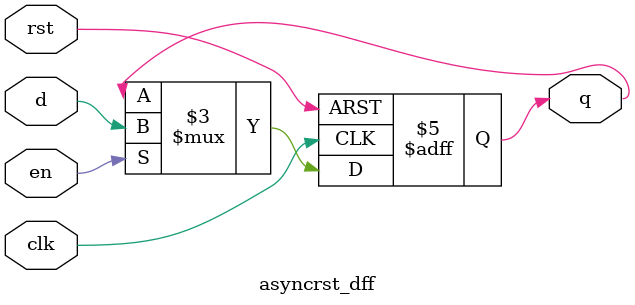
<source format=v>
module asyncrst_dff (
  input clk,     // System clock
  input en,      // System enable
  input rst,     // System reset
  input  d,      // input
  output reg q); // output

always @(posedge clk or negedge rst)
  begin
    if (~rst)
      q <= 1'b0;
    else if (en)
      q <= d;
  end
endmodule

</source>
